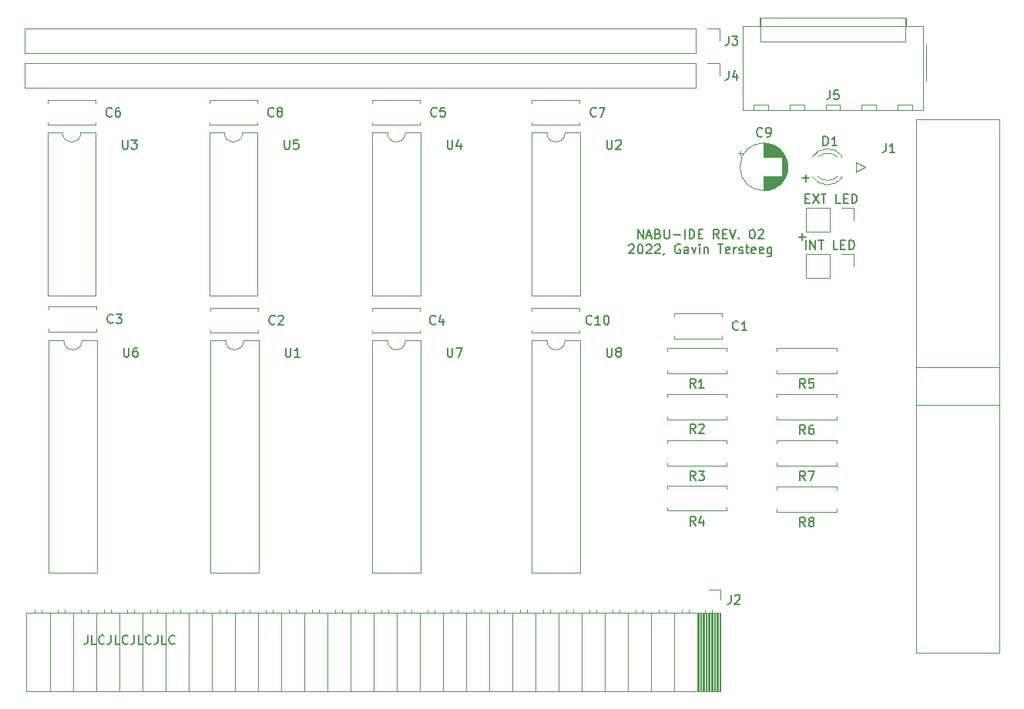
<source format=gbr>
%TF.GenerationSoftware,KiCad,Pcbnew,(5.1.12)-1*%
%TF.CreationDate,2023-01-10T21:31:37-06:00*%
%TF.ProjectId,NABU_IDE,4e414255-5f49-4444-952e-6b696361645f,rev?*%
%TF.SameCoordinates,Original*%
%TF.FileFunction,Legend,Top*%
%TF.FilePolarity,Positive*%
%FSLAX46Y46*%
G04 Gerber Fmt 4.6, Leading zero omitted, Abs format (unit mm)*
G04 Created by KiCad (PCBNEW (5.1.12)-1) date 2023-01-10 21:31:37*
%MOMM*%
%LPD*%
G01*
G04 APERTURE LIST*
%ADD10C,0.150000*%
%ADD11C,0.120000*%
G04 APERTURE END LIST*
D10*
X74755952Y-125563380D02*
X74755952Y-126277666D01*
X74708333Y-126420523D01*
X74613095Y-126515761D01*
X74470238Y-126563380D01*
X74375000Y-126563380D01*
X75708333Y-126563380D02*
X75232142Y-126563380D01*
X75232142Y-125563380D01*
X76613095Y-126468142D02*
X76565476Y-126515761D01*
X76422619Y-126563380D01*
X76327380Y-126563380D01*
X76184523Y-126515761D01*
X76089285Y-126420523D01*
X76041666Y-126325285D01*
X75994047Y-126134809D01*
X75994047Y-125991952D01*
X76041666Y-125801476D01*
X76089285Y-125706238D01*
X76184523Y-125611000D01*
X76327380Y-125563380D01*
X76422619Y-125563380D01*
X76565476Y-125611000D01*
X76613095Y-125658619D01*
X77327380Y-125563380D02*
X77327380Y-126277666D01*
X77279761Y-126420523D01*
X77184523Y-126515761D01*
X77041666Y-126563380D01*
X76946428Y-126563380D01*
X78279761Y-126563380D02*
X77803571Y-126563380D01*
X77803571Y-125563380D01*
X79184523Y-126468142D02*
X79136904Y-126515761D01*
X78994047Y-126563380D01*
X78898809Y-126563380D01*
X78755952Y-126515761D01*
X78660714Y-126420523D01*
X78613095Y-126325285D01*
X78565476Y-126134809D01*
X78565476Y-125991952D01*
X78613095Y-125801476D01*
X78660714Y-125706238D01*
X78755952Y-125611000D01*
X78898809Y-125563380D01*
X78994047Y-125563380D01*
X79136904Y-125611000D01*
X79184523Y-125658619D01*
X79898809Y-125563380D02*
X79898809Y-126277666D01*
X79851190Y-126420523D01*
X79755952Y-126515761D01*
X79613095Y-126563380D01*
X79517857Y-126563380D01*
X80851190Y-126563380D02*
X80375000Y-126563380D01*
X80375000Y-125563380D01*
X81755952Y-126468142D02*
X81708333Y-126515761D01*
X81565476Y-126563380D01*
X81470238Y-126563380D01*
X81327380Y-126515761D01*
X81232142Y-126420523D01*
X81184523Y-126325285D01*
X81136904Y-126134809D01*
X81136904Y-125991952D01*
X81184523Y-125801476D01*
X81232142Y-125706238D01*
X81327380Y-125611000D01*
X81470238Y-125563380D01*
X81565476Y-125563380D01*
X81708333Y-125611000D01*
X81755952Y-125658619D01*
X82470238Y-125563380D02*
X82470238Y-126277666D01*
X82422619Y-126420523D01*
X82327380Y-126515761D01*
X82184523Y-126563380D01*
X82089285Y-126563380D01*
X83422619Y-126563380D02*
X82946428Y-126563380D01*
X82946428Y-125563380D01*
X84327380Y-126468142D02*
X84279761Y-126515761D01*
X84136904Y-126563380D01*
X84041666Y-126563380D01*
X83898809Y-126515761D01*
X83803571Y-126420523D01*
X83755952Y-126325285D01*
X83708333Y-126134809D01*
X83708333Y-125991952D01*
X83755952Y-125801476D01*
X83803571Y-125706238D01*
X83898809Y-125611000D01*
X84041666Y-125563380D01*
X84136904Y-125563380D01*
X84279761Y-125611000D01*
X84327380Y-125658619D01*
X153694142Y-83129380D02*
X153694142Y-82129380D01*
X154170333Y-83129380D02*
X154170333Y-82129380D01*
X154741761Y-83129380D01*
X154741761Y-82129380D01*
X155075095Y-82129380D02*
X155646523Y-82129380D01*
X155360809Y-83129380D02*
X155360809Y-82129380D01*
X157217952Y-83129380D02*
X156741761Y-83129380D01*
X156741761Y-82129380D01*
X157551285Y-82605571D02*
X157884619Y-82605571D01*
X158027476Y-83129380D02*
X157551285Y-83129380D01*
X157551285Y-82129380D01*
X158027476Y-82129380D01*
X158456047Y-83129380D02*
X158456047Y-82129380D01*
X158694142Y-82129380D01*
X158837000Y-82177000D01*
X158932238Y-82272238D01*
X158979857Y-82367476D01*
X159027476Y-82557952D01*
X159027476Y-82700809D01*
X158979857Y-82891285D01*
X158932238Y-82986523D01*
X158837000Y-83081761D01*
X158694142Y-83129380D01*
X158456047Y-83129380D01*
X153654476Y-77525571D02*
X153987809Y-77525571D01*
X154130666Y-78049380D02*
X153654476Y-78049380D01*
X153654476Y-77049380D01*
X154130666Y-77049380D01*
X154464000Y-77049380D02*
X155130666Y-78049380D01*
X155130666Y-77049380D02*
X154464000Y-78049380D01*
X155368761Y-77049380D02*
X155940190Y-77049380D01*
X155654476Y-78049380D02*
X155654476Y-77049380D01*
X157511619Y-78049380D02*
X157035428Y-78049380D01*
X157035428Y-77049380D01*
X157844952Y-77525571D02*
X158178285Y-77525571D01*
X158321142Y-78049380D02*
X157844952Y-78049380D01*
X157844952Y-77049380D01*
X158321142Y-77049380D01*
X158749714Y-78049380D02*
X158749714Y-77049380D01*
X158987809Y-77049380D01*
X159130666Y-77097000D01*
X159225904Y-77192238D01*
X159273523Y-77287476D01*
X159321142Y-77477952D01*
X159321142Y-77620809D01*
X159273523Y-77811285D01*
X159225904Y-77906523D01*
X159130666Y-78001761D01*
X158987809Y-78049380D01*
X158749714Y-78049380D01*
X152908047Y-81732428D02*
X153669952Y-81732428D01*
X153289000Y-82113380D02*
X153289000Y-81351476D01*
X153289047Y-75255428D02*
X154050952Y-75255428D01*
X153670000Y-75636380D02*
X153670000Y-74874476D01*
X135232047Y-81923380D02*
X135232047Y-80923380D01*
X135803476Y-81923380D01*
X135803476Y-80923380D01*
X136232047Y-81637666D02*
X136708238Y-81637666D01*
X136136809Y-81923380D02*
X136470142Y-80923380D01*
X136803476Y-81923380D01*
X137470142Y-81399571D02*
X137613000Y-81447190D01*
X137660619Y-81494809D01*
X137708238Y-81590047D01*
X137708238Y-81732904D01*
X137660619Y-81828142D01*
X137613000Y-81875761D01*
X137517761Y-81923380D01*
X137136809Y-81923380D01*
X137136809Y-80923380D01*
X137470142Y-80923380D01*
X137565380Y-80971000D01*
X137613000Y-81018619D01*
X137660619Y-81113857D01*
X137660619Y-81209095D01*
X137613000Y-81304333D01*
X137565380Y-81351952D01*
X137470142Y-81399571D01*
X137136809Y-81399571D01*
X138136809Y-80923380D02*
X138136809Y-81732904D01*
X138184428Y-81828142D01*
X138232047Y-81875761D01*
X138327285Y-81923380D01*
X138517761Y-81923380D01*
X138613000Y-81875761D01*
X138660619Y-81828142D01*
X138708238Y-81732904D01*
X138708238Y-80923380D01*
X139184428Y-81542428D02*
X139946333Y-81542428D01*
X140422523Y-81923380D02*
X140422523Y-80923380D01*
X140898714Y-81923380D02*
X140898714Y-80923380D01*
X141136809Y-80923380D01*
X141279666Y-80971000D01*
X141374904Y-81066238D01*
X141422523Y-81161476D01*
X141470142Y-81351952D01*
X141470142Y-81494809D01*
X141422523Y-81685285D01*
X141374904Y-81780523D01*
X141279666Y-81875761D01*
X141136809Y-81923380D01*
X140898714Y-81923380D01*
X141898714Y-81399571D02*
X142232047Y-81399571D01*
X142374904Y-81923380D02*
X141898714Y-81923380D01*
X141898714Y-80923380D01*
X142374904Y-80923380D01*
X144136809Y-81923380D02*
X143803476Y-81447190D01*
X143565380Y-81923380D02*
X143565380Y-80923380D01*
X143946333Y-80923380D01*
X144041571Y-80971000D01*
X144089190Y-81018619D01*
X144136809Y-81113857D01*
X144136809Y-81256714D01*
X144089190Y-81351952D01*
X144041571Y-81399571D01*
X143946333Y-81447190D01*
X143565380Y-81447190D01*
X144565380Y-81399571D02*
X144898714Y-81399571D01*
X145041571Y-81923380D02*
X144565380Y-81923380D01*
X144565380Y-80923380D01*
X145041571Y-80923380D01*
X145327285Y-80923380D02*
X145660619Y-81923380D01*
X145993952Y-80923380D01*
X146327285Y-81828142D02*
X146374904Y-81875761D01*
X146327285Y-81923380D01*
X146279666Y-81875761D01*
X146327285Y-81828142D01*
X146327285Y-81923380D01*
X147755857Y-80923380D02*
X147851095Y-80923380D01*
X147946333Y-80971000D01*
X147993952Y-81018619D01*
X148041571Y-81113857D01*
X148089190Y-81304333D01*
X148089190Y-81542428D01*
X148041571Y-81732904D01*
X147993952Y-81828142D01*
X147946333Y-81875761D01*
X147851095Y-81923380D01*
X147755857Y-81923380D01*
X147660619Y-81875761D01*
X147613000Y-81828142D01*
X147565380Y-81732904D01*
X147517761Y-81542428D01*
X147517761Y-81304333D01*
X147565380Y-81113857D01*
X147613000Y-81018619D01*
X147660619Y-80971000D01*
X147755857Y-80923380D01*
X148470142Y-81018619D02*
X148517761Y-80971000D01*
X148613000Y-80923380D01*
X148851095Y-80923380D01*
X148946333Y-80971000D01*
X148993952Y-81018619D01*
X149041571Y-81113857D01*
X149041571Y-81209095D01*
X148993952Y-81351952D01*
X148422523Y-81923380D01*
X149041571Y-81923380D01*
X134255857Y-82668619D02*
X134303476Y-82621000D01*
X134398714Y-82573380D01*
X134636809Y-82573380D01*
X134732047Y-82621000D01*
X134779666Y-82668619D01*
X134827285Y-82763857D01*
X134827285Y-82859095D01*
X134779666Y-83001952D01*
X134208238Y-83573380D01*
X134827285Y-83573380D01*
X135446333Y-82573380D02*
X135541571Y-82573380D01*
X135636809Y-82621000D01*
X135684428Y-82668619D01*
X135732047Y-82763857D01*
X135779666Y-82954333D01*
X135779666Y-83192428D01*
X135732047Y-83382904D01*
X135684428Y-83478142D01*
X135636809Y-83525761D01*
X135541571Y-83573380D01*
X135446333Y-83573380D01*
X135351095Y-83525761D01*
X135303476Y-83478142D01*
X135255857Y-83382904D01*
X135208238Y-83192428D01*
X135208238Y-82954333D01*
X135255857Y-82763857D01*
X135303476Y-82668619D01*
X135351095Y-82621000D01*
X135446333Y-82573380D01*
X136160619Y-82668619D02*
X136208238Y-82621000D01*
X136303476Y-82573380D01*
X136541571Y-82573380D01*
X136636809Y-82621000D01*
X136684428Y-82668619D01*
X136732047Y-82763857D01*
X136732047Y-82859095D01*
X136684428Y-83001952D01*
X136113000Y-83573380D01*
X136732047Y-83573380D01*
X137113000Y-82668619D02*
X137160619Y-82621000D01*
X137255857Y-82573380D01*
X137493952Y-82573380D01*
X137589190Y-82621000D01*
X137636809Y-82668619D01*
X137684428Y-82763857D01*
X137684428Y-82859095D01*
X137636809Y-83001952D01*
X137065380Y-83573380D01*
X137684428Y-83573380D01*
X138160619Y-83525761D02*
X138160619Y-83573380D01*
X138113000Y-83668619D01*
X138065380Y-83716238D01*
X139874904Y-82621000D02*
X139779666Y-82573380D01*
X139636809Y-82573380D01*
X139493952Y-82621000D01*
X139398714Y-82716238D01*
X139351095Y-82811476D01*
X139303476Y-83001952D01*
X139303476Y-83144809D01*
X139351095Y-83335285D01*
X139398714Y-83430523D01*
X139493952Y-83525761D01*
X139636809Y-83573380D01*
X139732047Y-83573380D01*
X139874904Y-83525761D01*
X139922523Y-83478142D01*
X139922523Y-83144809D01*
X139732047Y-83144809D01*
X140779666Y-83573380D02*
X140779666Y-83049571D01*
X140732047Y-82954333D01*
X140636809Y-82906714D01*
X140446333Y-82906714D01*
X140351095Y-82954333D01*
X140779666Y-83525761D02*
X140684428Y-83573380D01*
X140446333Y-83573380D01*
X140351095Y-83525761D01*
X140303476Y-83430523D01*
X140303476Y-83335285D01*
X140351095Y-83240047D01*
X140446333Y-83192428D01*
X140684428Y-83192428D01*
X140779666Y-83144809D01*
X141160619Y-82906714D02*
X141398714Y-83573380D01*
X141636809Y-82906714D01*
X142017761Y-83573380D02*
X142017761Y-82906714D01*
X142017761Y-82573380D02*
X141970142Y-82621000D01*
X142017761Y-82668619D01*
X142065380Y-82621000D01*
X142017761Y-82573380D01*
X142017761Y-82668619D01*
X142493952Y-82906714D02*
X142493952Y-83573380D01*
X142493952Y-83001952D02*
X142541571Y-82954333D01*
X142636809Y-82906714D01*
X142779666Y-82906714D01*
X142874904Y-82954333D01*
X142922523Y-83049571D01*
X142922523Y-83573380D01*
X144017761Y-82573380D02*
X144589190Y-82573380D01*
X144303476Y-83573380D02*
X144303476Y-82573380D01*
X145303476Y-83525761D02*
X145208238Y-83573380D01*
X145017761Y-83573380D01*
X144922523Y-83525761D01*
X144874904Y-83430523D01*
X144874904Y-83049571D01*
X144922523Y-82954333D01*
X145017761Y-82906714D01*
X145208238Y-82906714D01*
X145303476Y-82954333D01*
X145351095Y-83049571D01*
X145351095Y-83144809D01*
X144874904Y-83240047D01*
X145779666Y-83573380D02*
X145779666Y-82906714D01*
X145779666Y-83097190D02*
X145827285Y-83001952D01*
X145874904Y-82954333D01*
X145970142Y-82906714D01*
X146065380Y-82906714D01*
X146351095Y-83525761D02*
X146446333Y-83573380D01*
X146636809Y-83573380D01*
X146732047Y-83525761D01*
X146779666Y-83430523D01*
X146779666Y-83382904D01*
X146732047Y-83287666D01*
X146636809Y-83240047D01*
X146493952Y-83240047D01*
X146398714Y-83192428D01*
X146351095Y-83097190D01*
X146351095Y-83049571D01*
X146398714Y-82954333D01*
X146493952Y-82906714D01*
X146636809Y-82906714D01*
X146732047Y-82954333D01*
X147065380Y-82906714D02*
X147446333Y-82906714D01*
X147208238Y-82573380D02*
X147208238Y-83430523D01*
X147255857Y-83525761D01*
X147351095Y-83573380D01*
X147446333Y-83573380D01*
X148160619Y-83525761D02*
X148065380Y-83573380D01*
X147874904Y-83573380D01*
X147779666Y-83525761D01*
X147732047Y-83430523D01*
X147732047Y-83049571D01*
X147779666Y-82954333D01*
X147874904Y-82906714D01*
X148065380Y-82906714D01*
X148160619Y-82954333D01*
X148208238Y-83049571D01*
X148208238Y-83144809D01*
X147732047Y-83240047D01*
X149017761Y-83525761D02*
X148922523Y-83573380D01*
X148732047Y-83573380D01*
X148636809Y-83525761D01*
X148589190Y-83430523D01*
X148589190Y-83049571D01*
X148636809Y-82954333D01*
X148732047Y-82906714D01*
X148922523Y-82906714D01*
X149017761Y-82954333D01*
X149065380Y-83049571D01*
X149065380Y-83144809D01*
X148589190Y-83240047D01*
X149922523Y-82906714D02*
X149922523Y-83716238D01*
X149874904Y-83811476D01*
X149827285Y-83859095D01*
X149732047Y-83906714D01*
X149589190Y-83906714D01*
X149493952Y-83859095D01*
X149922523Y-83525761D02*
X149827285Y-83573380D01*
X149636809Y-83573380D01*
X149541571Y-83525761D01*
X149493952Y-83478142D01*
X149446333Y-83382904D01*
X149446333Y-83097190D01*
X149493952Y-83001952D01*
X149541571Y-82954333D01*
X149636809Y-82906714D01*
X149827285Y-82906714D01*
X149922523Y-82954333D01*
D11*
%TO.C,C9*%
X146527225Y-72316000D02*
X146527225Y-72816000D01*
X146277225Y-72566000D02*
X146777225Y-72566000D01*
X151683000Y-73757000D02*
X151683000Y-74325000D01*
X151643000Y-73523000D02*
X151643000Y-74559000D01*
X151603000Y-73364000D02*
X151603000Y-74718000D01*
X151563000Y-73236000D02*
X151563000Y-74846000D01*
X151523000Y-73126000D02*
X151523000Y-74956000D01*
X151483000Y-73030000D02*
X151483000Y-75052000D01*
X151443000Y-72943000D02*
X151443000Y-75139000D01*
X151403000Y-72863000D02*
X151403000Y-75219000D01*
X151363000Y-72790000D02*
X151363000Y-75292000D01*
X151323000Y-72722000D02*
X151323000Y-75360000D01*
X151283000Y-72658000D02*
X151283000Y-75424000D01*
X151243000Y-72598000D02*
X151243000Y-75484000D01*
X151203000Y-72541000D02*
X151203000Y-75541000D01*
X151163000Y-72487000D02*
X151163000Y-75595000D01*
X151123000Y-72436000D02*
X151123000Y-75646000D01*
X151083000Y-75081000D02*
X151083000Y-75694000D01*
X151083000Y-72388000D02*
X151083000Y-73001000D01*
X151043000Y-75081000D02*
X151043000Y-75740000D01*
X151043000Y-72342000D02*
X151043000Y-73001000D01*
X151003000Y-75081000D02*
X151003000Y-75784000D01*
X151003000Y-72298000D02*
X151003000Y-73001000D01*
X150963000Y-75081000D02*
X150963000Y-75826000D01*
X150963000Y-72256000D02*
X150963000Y-73001000D01*
X150923000Y-75081000D02*
X150923000Y-75867000D01*
X150923000Y-72215000D02*
X150923000Y-73001000D01*
X150883000Y-75081000D02*
X150883000Y-75905000D01*
X150883000Y-72177000D02*
X150883000Y-73001000D01*
X150843000Y-75081000D02*
X150843000Y-75942000D01*
X150843000Y-72140000D02*
X150843000Y-73001000D01*
X150803000Y-75081000D02*
X150803000Y-75978000D01*
X150803000Y-72104000D02*
X150803000Y-73001000D01*
X150763000Y-75081000D02*
X150763000Y-76012000D01*
X150763000Y-72070000D02*
X150763000Y-73001000D01*
X150723000Y-75081000D02*
X150723000Y-76045000D01*
X150723000Y-72037000D02*
X150723000Y-73001000D01*
X150683000Y-75081000D02*
X150683000Y-76076000D01*
X150683000Y-72006000D02*
X150683000Y-73001000D01*
X150643000Y-75081000D02*
X150643000Y-76106000D01*
X150643000Y-71976000D02*
X150643000Y-73001000D01*
X150603000Y-75081000D02*
X150603000Y-76136000D01*
X150603000Y-71946000D02*
X150603000Y-73001000D01*
X150563000Y-75081000D02*
X150563000Y-76163000D01*
X150563000Y-71919000D02*
X150563000Y-73001000D01*
X150523000Y-75081000D02*
X150523000Y-76190000D01*
X150523000Y-71892000D02*
X150523000Y-73001000D01*
X150483000Y-75081000D02*
X150483000Y-76216000D01*
X150483000Y-71866000D02*
X150483000Y-73001000D01*
X150443000Y-75081000D02*
X150443000Y-76241000D01*
X150443000Y-71841000D02*
X150443000Y-73001000D01*
X150403000Y-75081000D02*
X150403000Y-76265000D01*
X150403000Y-71817000D02*
X150403000Y-73001000D01*
X150363000Y-75081000D02*
X150363000Y-76288000D01*
X150363000Y-71794000D02*
X150363000Y-73001000D01*
X150323000Y-75081000D02*
X150323000Y-76309000D01*
X150323000Y-71773000D02*
X150323000Y-73001000D01*
X150283000Y-75081000D02*
X150283000Y-76331000D01*
X150283000Y-71751000D02*
X150283000Y-73001000D01*
X150243000Y-75081000D02*
X150243000Y-76351000D01*
X150243000Y-71731000D02*
X150243000Y-73001000D01*
X150203000Y-75081000D02*
X150203000Y-76370000D01*
X150203000Y-71712000D02*
X150203000Y-73001000D01*
X150163000Y-75081000D02*
X150163000Y-76389000D01*
X150163000Y-71693000D02*
X150163000Y-73001000D01*
X150123000Y-75081000D02*
X150123000Y-76406000D01*
X150123000Y-71676000D02*
X150123000Y-73001000D01*
X150083000Y-75081000D02*
X150083000Y-76423000D01*
X150083000Y-71659000D02*
X150083000Y-73001000D01*
X150043000Y-75081000D02*
X150043000Y-76439000D01*
X150043000Y-71643000D02*
X150043000Y-73001000D01*
X150003000Y-75081000D02*
X150003000Y-76455000D01*
X150003000Y-71627000D02*
X150003000Y-73001000D01*
X149963000Y-75081000D02*
X149963000Y-76469000D01*
X149963000Y-71613000D02*
X149963000Y-73001000D01*
X149923000Y-75081000D02*
X149923000Y-76483000D01*
X149923000Y-71599000D02*
X149923000Y-73001000D01*
X149883000Y-75081000D02*
X149883000Y-76496000D01*
X149883000Y-71586000D02*
X149883000Y-73001000D01*
X149843000Y-75081000D02*
X149843000Y-76509000D01*
X149843000Y-71573000D02*
X149843000Y-73001000D01*
X149803000Y-75081000D02*
X149803000Y-76521000D01*
X149803000Y-71561000D02*
X149803000Y-73001000D01*
X149762000Y-75081000D02*
X149762000Y-76532000D01*
X149762000Y-71550000D02*
X149762000Y-73001000D01*
X149722000Y-75081000D02*
X149722000Y-76542000D01*
X149722000Y-71540000D02*
X149722000Y-73001000D01*
X149682000Y-75081000D02*
X149682000Y-76552000D01*
X149682000Y-71530000D02*
X149682000Y-73001000D01*
X149642000Y-75081000D02*
X149642000Y-76561000D01*
X149642000Y-71521000D02*
X149642000Y-73001000D01*
X149602000Y-75081000D02*
X149602000Y-76569000D01*
X149602000Y-71513000D02*
X149602000Y-73001000D01*
X149562000Y-75081000D02*
X149562000Y-76577000D01*
X149562000Y-71505000D02*
X149562000Y-73001000D01*
X149522000Y-75081000D02*
X149522000Y-76584000D01*
X149522000Y-71498000D02*
X149522000Y-73001000D01*
X149482000Y-75081000D02*
X149482000Y-76591000D01*
X149482000Y-71491000D02*
X149482000Y-73001000D01*
X149442000Y-75081000D02*
X149442000Y-76597000D01*
X149442000Y-71485000D02*
X149442000Y-73001000D01*
X149402000Y-75081000D02*
X149402000Y-76602000D01*
X149402000Y-71480000D02*
X149402000Y-73001000D01*
X149362000Y-75081000D02*
X149362000Y-76606000D01*
X149362000Y-71476000D02*
X149362000Y-73001000D01*
X149322000Y-75081000D02*
X149322000Y-76610000D01*
X149322000Y-71472000D02*
X149322000Y-73001000D01*
X149282000Y-75081000D02*
X149282000Y-76614000D01*
X149282000Y-71468000D02*
X149282000Y-73001000D01*
X149242000Y-75081000D02*
X149242000Y-76617000D01*
X149242000Y-71465000D02*
X149242000Y-73001000D01*
X149202000Y-75081000D02*
X149202000Y-76619000D01*
X149202000Y-71463000D02*
X149202000Y-73001000D01*
X149162000Y-75081000D02*
X149162000Y-76620000D01*
X149162000Y-71462000D02*
X149162000Y-73001000D01*
X149122000Y-71461000D02*
X149122000Y-73001000D01*
X149122000Y-75081000D02*
X149122000Y-76621000D01*
X149082000Y-71461000D02*
X149082000Y-73001000D01*
X149082000Y-75081000D02*
X149082000Y-76621000D01*
X151702000Y-74041000D02*
G75*
G03*
X151702000Y-74041000I-2620000J0D01*
G01*
%TO.C,U8*%
X128888000Y-93158000D02*
X127238000Y-93158000D01*
X128888000Y-118678000D02*
X128888000Y-93158000D01*
X123588000Y-118678000D02*
X128888000Y-118678000D01*
X123588000Y-93158000D02*
X123588000Y-118678000D01*
X125238000Y-93158000D02*
X123588000Y-93158000D01*
X127238000Y-93158000D02*
G75*
G02*
X125238000Y-93158000I-1000000J0D01*
G01*
%TO.C,C10*%
X128818000Y-91987000D02*
X128818000Y-92302000D01*
X128818000Y-89562000D02*
X128818000Y-89877000D01*
X123578000Y-91987000D02*
X123578000Y-92302000D01*
X123578000Y-89562000D02*
X123578000Y-89877000D01*
X123578000Y-92302000D02*
X128818000Y-92302000D01*
X123578000Y-89562000D02*
X128818000Y-89562000D01*
%TO.C,J2*%
X144332000Y-121666000D02*
X144332000Y-120556000D01*
X144332000Y-120556000D02*
X143002000Y-120556000D01*
X144332000Y-131756000D02*
X68012000Y-131756000D01*
X68012000Y-131756000D02*
X68012000Y-123126000D01*
X144332000Y-123126000D02*
X68012000Y-123126000D01*
X144332000Y-131756000D02*
X144332000Y-123126000D01*
X70612000Y-131756000D02*
X70612000Y-123126000D01*
X73152000Y-131756000D02*
X73152000Y-123126000D01*
X75692000Y-131756000D02*
X75692000Y-123126000D01*
X78232000Y-131756000D02*
X78232000Y-123126000D01*
X80772000Y-131756000D02*
X80772000Y-123126000D01*
X83312000Y-131756000D02*
X83312000Y-123126000D01*
X85852000Y-131756000D02*
X85852000Y-123126000D01*
X88392000Y-131756000D02*
X88392000Y-123126000D01*
X90932000Y-131756000D02*
X90932000Y-123126000D01*
X93472000Y-131756000D02*
X93472000Y-123126000D01*
X96012000Y-131756000D02*
X96012000Y-123126000D01*
X98552000Y-131756000D02*
X98552000Y-123126000D01*
X101092000Y-131756000D02*
X101092000Y-123126000D01*
X103632000Y-131756000D02*
X103632000Y-123126000D01*
X106172000Y-131756000D02*
X106172000Y-123126000D01*
X108712000Y-131756000D02*
X108712000Y-123126000D01*
X111252000Y-131756000D02*
X111252000Y-123126000D01*
X113792000Y-131756000D02*
X113792000Y-123126000D01*
X116332000Y-131756000D02*
X116332000Y-123126000D01*
X118872000Y-131756000D02*
X118872000Y-123126000D01*
X121412000Y-131756000D02*
X121412000Y-123126000D01*
X123952000Y-131756000D02*
X123952000Y-123126000D01*
X126492000Y-131756000D02*
X126492000Y-123126000D01*
X129032000Y-131756000D02*
X129032000Y-123126000D01*
X131572000Y-131756000D02*
X131572000Y-123126000D01*
X134112000Y-131756000D02*
X134112000Y-123126000D01*
X136652000Y-131756000D02*
X136652000Y-123126000D01*
X139192000Y-131756000D02*
X139192000Y-123126000D01*
X141732000Y-131756000D02*
X141732000Y-123126000D01*
X68982000Y-123126000D02*
X68982000Y-122716000D01*
X69702000Y-123126000D02*
X69702000Y-122716000D01*
X71522000Y-123126000D02*
X71522000Y-122716000D01*
X72242000Y-123126000D02*
X72242000Y-122716000D01*
X74062000Y-123126000D02*
X74062000Y-122716000D01*
X74782000Y-123126000D02*
X74782000Y-122716000D01*
X76602000Y-123126000D02*
X76602000Y-122716000D01*
X77322000Y-123126000D02*
X77322000Y-122716000D01*
X79142000Y-123126000D02*
X79142000Y-122716000D01*
X79862000Y-123126000D02*
X79862000Y-122716000D01*
X81682000Y-123126000D02*
X81682000Y-122716000D01*
X82402000Y-123126000D02*
X82402000Y-122716000D01*
X84222000Y-123126000D02*
X84222000Y-122716000D01*
X84942000Y-123126000D02*
X84942000Y-122716000D01*
X86762000Y-123126000D02*
X86762000Y-122716000D01*
X87482000Y-123126000D02*
X87482000Y-122716000D01*
X89302000Y-123126000D02*
X89302000Y-122716000D01*
X90022000Y-123126000D02*
X90022000Y-122716000D01*
X91842000Y-123126000D02*
X91842000Y-122716000D01*
X92562000Y-123126000D02*
X92562000Y-122716000D01*
X94382000Y-123126000D02*
X94382000Y-122716000D01*
X95102000Y-123126000D02*
X95102000Y-122716000D01*
X96922000Y-123126000D02*
X96922000Y-122716000D01*
X97642000Y-123126000D02*
X97642000Y-122716000D01*
X99462000Y-123126000D02*
X99462000Y-122716000D01*
X100182000Y-123126000D02*
X100182000Y-122716000D01*
X102002000Y-123126000D02*
X102002000Y-122716000D01*
X102722000Y-123126000D02*
X102722000Y-122716000D01*
X104542000Y-123126000D02*
X104542000Y-122716000D01*
X105262000Y-123126000D02*
X105262000Y-122716000D01*
X107082000Y-123126000D02*
X107082000Y-122716000D01*
X107802000Y-123126000D02*
X107802000Y-122716000D01*
X109622000Y-123126000D02*
X109622000Y-122716000D01*
X110342000Y-123126000D02*
X110342000Y-122716000D01*
X112162000Y-123126000D02*
X112162000Y-122716000D01*
X112882000Y-123126000D02*
X112882000Y-122716000D01*
X114702000Y-123126000D02*
X114702000Y-122716000D01*
X115422000Y-123126000D02*
X115422000Y-122716000D01*
X117242000Y-123126000D02*
X117242000Y-122716000D01*
X117962000Y-123126000D02*
X117962000Y-122716000D01*
X119782000Y-123126000D02*
X119782000Y-122716000D01*
X120502000Y-123126000D02*
X120502000Y-122716000D01*
X122322000Y-123126000D02*
X122322000Y-122716000D01*
X123042000Y-123126000D02*
X123042000Y-122716000D01*
X124862000Y-123126000D02*
X124862000Y-122716000D01*
X125582000Y-123126000D02*
X125582000Y-122716000D01*
X127402000Y-123126000D02*
X127402000Y-122716000D01*
X128122000Y-123126000D02*
X128122000Y-122716000D01*
X129942000Y-123126000D02*
X129942000Y-122716000D01*
X130662000Y-123126000D02*
X130662000Y-122716000D01*
X132482000Y-123126000D02*
X132482000Y-122716000D01*
X133202000Y-123126000D02*
X133202000Y-122716000D01*
X135022000Y-123126000D02*
X135022000Y-122716000D01*
X135742000Y-123126000D02*
X135742000Y-122716000D01*
X137562000Y-123126000D02*
X137562000Y-122716000D01*
X138282000Y-123126000D02*
X138282000Y-122716000D01*
X140102000Y-123126000D02*
X140102000Y-122716000D01*
X140822000Y-123126000D02*
X140822000Y-122716000D01*
X142642000Y-123126000D02*
X142642000Y-122776000D01*
X143362000Y-123126000D02*
X143362000Y-122776000D01*
X141850100Y-131756000D02*
X141850100Y-123126000D01*
X141968195Y-131756000D02*
X141968195Y-123126000D01*
X142086290Y-131756000D02*
X142086290Y-123126000D01*
X142204385Y-131756000D02*
X142204385Y-123126000D01*
X142322480Y-131756000D02*
X142322480Y-123126000D01*
X142440575Y-131756000D02*
X142440575Y-123126000D01*
X142558670Y-131756000D02*
X142558670Y-123126000D01*
X142676765Y-131756000D02*
X142676765Y-123126000D01*
X142794860Y-131756000D02*
X142794860Y-123126000D01*
X142912955Y-131756000D02*
X142912955Y-123126000D01*
X143031050Y-131756000D02*
X143031050Y-123126000D01*
X143149145Y-131756000D02*
X143149145Y-123126000D01*
X143267240Y-131756000D02*
X143267240Y-123126000D01*
X143385335Y-131756000D02*
X143385335Y-123126000D01*
X143503430Y-131756000D02*
X143503430Y-123126000D01*
X143621525Y-131756000D02*
X143621525Y-123126000D01*
X143739620Y-131756000D02*
X143739620Y-123126000D01*
X143857715Y-131756000D02*
X143857715Y-123126000D01*
X143975810Y-131756000D02*
X143975810Y-123126000D01*
X144093905Y-131756000D02*
X144093905Y-123126000D01*
X144212000Y-131756000D02*
X144212000Y-123126000D01*
%TO.C,C1*%
X144439000Y-92622000D02*
X144439000Y-92937000D01*
X144439000Y-90197000D02*
X144439000Y-90512000D01*
X139199000Y-92622000D02*
X139199000Y-92937000D01*
X139199000Y-90197000D02*
X139199000Y-90512000D01*
X139199000Y-92937000D02*
X144439000Y-92937000D01*
X139199000Y-90197000D02*
X144439000Y-90197000D01*
%TO.C,C2*%
X88272000Y-89562000D02*
X93512000Y-89562000D01*
X88272000Y-92302000D02*
X93512000Y-92302000D01*
X88272000Y-89562000D02*
X88272000Y-89877000D01*
X88272000Y-91987000D02*
X88272000Y-92302000D01*
X93512000Y-89562000D02*
X93512000Y-89877000D01*
X93512000Y-91987000D02*
X93512000Y-92302000D01*
%TO.C,C3*%
X75732000Y-91860000D02*
X75732000Y-92175000D01*
X75732000Y-89435000D02*
X75732000Y-89750000D01*
X70492000Y-91860000D02*
X70492000Y-92175000D01*
X70492000Y-89435000D02*
X70492000Y-89750000D01*
X70492000Y-92175000D02*
X75732000Y-92175000D01*
X70492000Y-89435000D02*
X75732000Y-89435000D01*
%TO.C,C4*%
X106052000Y-89562000D02*
X111292000Y-89562000D01*
X106052000Y-92302000D02*
X111292000Y-92302000D01*
X106052000Y-89562000D02*
X106052000Y-89877000D01*
X106052000Y-91987000D02*
X106052000Y-92302000D01*
X111292000Y-89562000D02*
X111292000Y-89877000D01*
X111292000Y-91987000D02*
X111292000Y-92302000D01*
%TO.C,C5*%
X111292000Y-69127000D02*
X111292000Y-69442000D01*
X111292000Y-66702000D02*
X111292000Y-67017000D01*
X106052000Y-69127000D02*
X106052000Y-69442000D01*
X106052000Y-66702000D02*
X106052000Y-67017000D01*
X106052000Y-69442000D02*
X111292000Y-69442000D01*
X106052000Y-66702000D02*
X111292000Y-66702000D01*
%TO.C,C6*%
X70365000Y-66702000D02*
X75605000Y-66702000D01*
X70365000Y-69442000D02*
X75605000Y-69442000D01*
X70365000Y-66702000D02*
X70365000Y-67017000D01*
X70365000Y-69127000D02*
X70365000Y-69442000D01*
X75605000Y-66702000D02*
X75605000Y-67017000D01*
X75605000Y-69127000D02*
X75605000Y-69442000D01*
%TO.C,C7*%
X128818000Y-69127000D02*
X128818000Y-69442000D01*
X128818000Y-66702000D02*
X128818000Y-67017000D01*
X123578000Y-69127000D02*
X123578000Y-69442000D01*
X123578000Y-66702000D02*
X123578000Y-67017000D01*
X123578000Y-69442000D02*
X128818000Y-69442000D01*
X123578000Y-66702000D02*
X128818000Y-66702000D01*
%TO.C,C8*%
X88145000Y-66702000D02*
X93385000Y-66702000D01*
X88145000Y-69442000D02*
X93385000Y-69442000D01*
X88145000Y-66702000D02*
X88145000Y-67017000D01*
X88145000Y-69127000D02*
X88145000Y-69442000D01*
X93385000Y-66702000D02*
X93385000Y-67017000D01*
X93385000Y-69127000D02*
X93385000Y-69442000D01*
%TO.C,D1*%
X157643000Y-72961000D02*
X157643000Y-72805000D01*
X157643000Y-75277000D02*
X157643000Y-75121000D01*
X154410665Y-75119608D02*
G75*
G03*
X157643000Y-75276516I1672335J1078608D01*
G01*
X154410665Y-72962392D02*
G75*
G02*
X157643000Y-72805484I1672335J-1078608D01*
G01*
X155041870Y-75120837D02*
G75*
G03*
X157123961Y-75121000I1041130J1079837D01*
G01*
X155041870Y-72961163D02*
G75*
G02*
X157123961Y-72961000I1041130J-1079837D01*
G01*
%TO.C,J1*%
X159194000Y-74541000D02*
X160194000Y-74041000D01*
X159194000Y-73541000D02*
X159194000Y-74541000D01*
X160194000Y-74041000D02*
X159194000Y-73541000D01*
X165814000Y-127511000D02*
X165814000Y-68831000D01*
X174934000Y-127511000D02*
X165814000Y-127511000D01*
X174934000Y-68831000D02*
X174934000Y-127511000D01*
X165814000Y-68831000D02*
X174934000Y-68831000D01*
X165814000Y-100221000D02*
X174934000Y-100221000D01*
X165814000Y-96121000D02*
X174934000Y-96121000D01*
%TO.C,J3*%
X67885000Y-58868000D02*
X67885000Y-61528000D01*
X141605000Y-58868000D02*
X67885000Y-58868000D01*
X141605000Y-61528000D02*
X67885000Y-61528000D01*
X141605000Y-58868000D02*
X141605000Y-61528000D01*
X142875000Y-58868000D02*
X144205000Y-58868000D01*
X144205000Y-58868000D02*
X144205000Y-60198000D01*
%TO.C,J4*%
X144205000Y-62678000D02*
X144205000Y-64008000D01*
X142875000Y-62678000D02*
X144205000Y-62678000D01*
X141605000Y-62678000D02*
X141605000Y-65338000D01*
X141605000Y-65338000D02*
X67885000Y-65338000D01*
X141605000Y-62678000D02*
X67885000Y-62678000D01*
X67885000Y-62678000D02*
X67885000Y-65338000D01*
%TO.C,J5*%
X147952000Y-67231000D02*
X147952000Y-67831000D01*
X149552000Y-67231000D02*
X147952000Y-67231000D01*
X149552000Y-67831000D02*
X149552000Y-67231000D01*
X151912000Y-67231000D02*
X151912000Y-67831000D01*
X153512000Y-67231000D02*
X151912000Y-67231000D01*
X153512000Y-67831000D02*
X153512000Y-67231000D01*
X155872000Y-67231000D02*
X155872000Y-67831000D01*
X157472000Y-67231000D02*
X155872000Y-67231000D01*
X157472000Y-67831000D02*
X157472000Y-67231000D01*
X159832000Y-67231000D02*
X159832000Y-67831000D01*
X161432000Y-67231000D02*
X159832000Y-67231000D01*
X161432000Y-67831000D02*
X161432000Y-67231000D01*
X163792000Y-67231000D02*
X163792000Y-67831000D01*
X165392000Y-67231000D02*
X163792000Y-67231000D01*
X165392000Y-67831000D02*
X165392000Y-67231000D01*
X148752000Y-60271000D02*
X148752000Y-58601000D01*
X164592000Y-60271000D02*
X148752000Y-60271000D01*
X164592000Y-58601000D02*
X164592000Y-60271000D01*
X148752000Y-58601000D02*
X148752000Y-57601000D01*
X164592000Y-58601000D02*
X148752000Y-58601000D01*
X164592000Y-57601000D02*
X164592000Y-58601000D01*
X166902000Y-64611000D02*
X166902000Y-60611000D01*
X166612000Y-58606000D02*
X166612000Y-67831000D01*
X164707000Y-58606000D02*
X166612000Y-58606000D01*
X164707000Y-57601000D02*
X164707000Y-58606000D01*
X148637000Y-57601000D02*
X164707000Y-57601000D01*
X148637000Y-58606000D02*
X148637000Y-57601000D01*
X146732000Y-58606000D02*
X148637000Y-58606000D01*
X146732000Y-67831000D02*
X146732000Y-58606000D01*
X166612000Y-67831000D02*
X146732000Y-67831000D01*
%TO.C,JP1*%
X158937000Y-78553000D02*
X158937000Y-79883000D01*
X157607000Y-78553000D02*
X158937000Y-78553000D01*
X156337000Y-78553000D02*
X156337000Y-81213000D01*
X156337000Y-81213000D02*
X153737000Y-81213000D01*
X156337000Y-78553000D02*
X153737000Y-78553000D01*
X153737000Y-78553000D02*
X153737000Y-81213000D01*
%TO.C,JP2*%
X153737000Y-83633000D02*
X153737000Y-86293000D01*
X156337000Y-83633000D02*
X153737000Y-83633000D01*
X156337000Y-86293000D02*
X153737000Y-86293000D01*
X156337000Y-83633000D02*
X156337000Y-86293000D01*
X157607000Y-83633000D02*
X158937000Y-83633000D01*
X158937000Y-83633000D02*
X158937000Y-84963000D01*
%TO.C,R1*%
X145002000Y-96747000D02*
X145002000Y-96417000D01*
X138462000Y-96747000D02*
X145002000Y-96747000D01*
X138462000Y-96417000D02*
X138462000Y-96747000D01*
X145002000Y-94007000D02*
X145002000Y-94337000D01*
X138462000Y-94007000D02*
X145002000Y-94007000D01*
X138462000Y-94337000D02*
X138462000Y-94007000D01*
%TO.C,R2*%
X138462000Y-99087000D02*
X138462000Y-99417000D01*
X145002000Y-99087000D02*
X138462000Y-99087000D01*
X145002000Y-99417000D02*
X145002000Y-99087000D01*
X138462000Y-101827000D02*
X138462000Y-101497000D01*
X145002000Y-101827000D02*
X138462000Y-101827000D01*
X145002000Y-101497000D02*
X145002000Y-101827000D01*
%TO.C,R3*%
X145002000Y-106577000D02*
X145002000Y-106907000D01*
X145002000Y-106907000D02*
X138462000Y-106907000D01*
X138462000Y-106907000D02*
X138462000Y-106577000D01*
X145002000Y-104497000D02*
X145002000Y-104167000D01*
X145002000Y-104167000D02*
X138462000Y-104167000D01*
X138462000Y-104167000D02*
X138462000Y-104497000D01*
%TO.C,R4*%
X138462000Y-109120000D02*
X138462000Y-109450000D01*
X145002000Y-109120000D02*
X138462000Y-109120000D01*
X145002000Y-109450000D02*
X145002000Y-109120000D01*
X138462000Y-111860000D02*
X138462000Y-111530000D01*
X145002000Y-111860000D02*
X138462000Y-111860000D01*
X145002000Y-111530000D02*
X145002000Y-111860000D01*
%TO.C,R5*%
X150527000Y-94337000D02*
X150527000Y-94007000D01*
X150527000Y-94007000D02*
X157067000Y-94007000D01*
X157067000Y-94007000D02*
X157067000Y-94337000D01*
X150527000Y-96417000D02*
X150527000Y-96747000D01*
X150527000Y-96747000D02*
X157067000Y-96747000D01*
X157067000Y-96747000D02*
X157067000Y-96417000D01*
%TO.C,R6*%
X150527000Y-99417000D02*
X150527000Y-99087000D01*
X150527000Y-99087000D02*
X157067000Y-99087000D01*
X157067000Y-99087000D02*
X157067000Y-99417000D01*
X150527000Y-101497000D02*
X150527000Y-101827000D01*
X150527000Y-101827000D02*
X157067000Y-101827000D01*
X157067000Y-101827000D02*
X157067000Y-101497000D01*
%TO.C,R7*%
X150527000Y-104167000D02*
X150527000Y-104497000D01*
X157067000Y-104167000D02*
X150527000Y-104167000D01*
X157067000Y-104497000D02*
X157067000Y-104167000D01*
X150527000Y-106907000D02*
X150527000Y-106577000D01*
X157067000Y-106907000D02*
X150527000Y-106907000D01*
X157067000Y-106577000D02*
X157067000Y-106907000D01*
%TO.C,R8*%
X157067000Y-111657000D02*
X157067000Y-111987000D01*
X157067000Y-111987000D02*
X150527000Y-111987000D01*
X150527000Y-111987000D02*
X150527000Y-111657000D01*
X157067000Y-109577000D02*
X157067000Y-109247000D01*
X157067000Y-109247000D02*
X150527000Y-109247000D01*
X150527000Y-109247000D02*
X150527000Y-109577000D01*
%TO.C,U1*%
X89932000Y-93158000D02*
X88282000Y-93158000D01*
X88282000Y-93158000D02*
X88282000Y-118678000D01*
X88282000Y-118678000D02*
X93582000Y-118678000D01*
X93582000Y-118678000D02*
X93582000Y-93158000D01*
X93582000Y-93158000D02*
X91932000Y-93158000D01*
X91932000Y-93158000D02*
G75*
G02*
X89932000Y-93158000I-1000000J0D01*
G01*
%TO.C,U2*%
X125238000Y-70298000D02*
X123588000Y-70298000D01*
X123588000Y-70298000D02*
X123588000Y-88198000D01*
X123588000Y-88198000D02*
X128888000Y-88198000D01*
X128888000Y-88198000D02*
X128888000Y-70298000D01*
X128888000Y-70298000D02*
X127238000Y-70298000D01*
X127238000Y-70298000D02*
G75*
G02*
X125238000Y-70298000I-1000000J0D01*
G01*
%TO.C,U3*%
X75675000Y-70298000D02*
X74025000Y-70298000D01*
X75675000Y-88198000D02*
X75675000Y-70298000D01*
X70375000Y-88198000D02*
X75675000Y-88198000D01*
X70375000Y-70298000D02*
X70375000Y-88198000D01*
X72025000Y-70298000D02*
X70375000Y-70298000D01*
X74025000Y-70298000D02*
G75*
G02*
X72025000Y-70298000I-1000000J0D01*
G01*
%TO.C,U4*%
X107712000Y-70298000D02*
X106062000Y-70298000D01*
X106062000Y-70298000D02*
X106062000Y-88198000D01*
X106062000Y-88198000D02*
X111362000Y-88198000D01*
X111362000Y-88198000D02*
X111362000Y-70298000D01*
X111362000Y-70298000D02*
X109712000Y-70298000D01*
X109712000Y-70298000D02*
G75*
G02*
X107712000Y-70298000I-1000000J0D01*
G01*
%TO.C,U5*%
X93455000Y-70298000D02*
X91805000Y-70298000D01*
X93455000Y-88198000D02*
X93455000Y-70298000D01*
X88155000Y-88198000D02*
X93455000Y-88198000D01*
X88155000Y-70298000D02*
X88155000Y-88198000D01*
X89805000Y-70298000D02*
X88155000Y-70298000D01*
X91805000Y-70298000D02*
G75*
G02*
X89805000Y-70298000I-1000000J0D01*
G01*
%TO.C,U6*%
X75802000Y-93158000D02*
X74152000Y-93158000D01*
X75802000Y-118678000D02*
X75802000Y-93158000D01*
X70502000Y-118678000D02*
X75802000Y-118678000D01*
X70502000Y-93158000D02*
X70502000Y-118678000D01*
X72152000Y-93158000D02*
X70502000Y-93158000D01*
X74152000Y-93158000D02*
G75*
G02*
X72152000Y-93158000I-1000000J0D01*
G01*
%TO.C,U7*%
X111362000Y-93158000D02*
X109712000Y-93158000D01*
X111362000Y-118678000D02*
X111362000Y-93158000D01*
X106062000Y-118678000D02*
X111362000Y-118678000D01*
X106062000Y-93158000D02*
X106062000Y-118678000D01*
X107712000Y-93158000D02*
X106062000Y-93158000D01*
X109712000Y-93158000D02*
G75*
G02*
X107712000Y-93158000I-1000000J0D01*
G01*
%TO.C,C9*%
D10*
X148915333Y-70648142D02*
X148867714Y-70695761D01*
X148724857Y-70743380D01*
X148629619Y-70743380D01*
X148486761Y-70695761D01*
X148391523Y-70600523D01*
X148343904Y-70505285D01*
X148296285Y-70314809D01*
X148296285Y-70171952D01*
X148343904Y-69981476D01*
X148391523Y-69886238D01*
X148486761Y-69791000D01*
X148629619Y-69743380D01*
X148724857Y-69743380D01*
X148867714Y-69791000D01*
X148915333Y-69838619D01*
X149391523Y-70743380D02*
X149582000Y-70743380D01*
X149677238Y-70695761D01*
X149724857Y-70648142D01*
X149820095Y-70505285D01*
X149867714Y-70314809D01*
X149867714Y-69933857D01*
X149820095Y-69838619D01*
X149772476Y-69791000D01*
X149677238Y-69743380D01*
X149486761Y-69743380D01*
X149391523Y-69791000D01*
X149343904Y-69838619D01*
X149296285Y-69933857D01*
X149296285Y-70171952D01*
X149343904Y-70267190D01*
X149391523Y-70314809D01*
X149486761Y-70362428D01*
X149677238Y-70362428D01*
X149772476Y-70314809D01*
X149820095Y-70267190D01*
X149867714Y-70171952D01*
%TO.C,U8*%
X131826095Y-93940380D02*
X131826095Y-94749904D01*
X131873714Y-94845142D01*
X131921333Y-94892761D01*
X132016571Y-94940380D01*
X132207047Y-94940380D01*
X132302285Y-94892761D01*
X132349904Y-94845142D01*
X132397523Y-94749904D01*
X132397523Y-93940380D01*
X133016571Y-94368952D02*
X132921333Y-94321333D01*
X132873714Y-94273714D01*
X132826095Y-94178476D01*
X132826095Y-94130857D01*
X132873714Y-94035619D01*
X132921333Y-93988000D01*
X133016571Y-93940380D01*
X133207047Y-93940380D01*
X133302285Y-93988000D01*
X133349904Y-94035619D01*
X133397523Y-94130857D01*
X133397523Y-94178476D01*
X133349904Y-94273714D01*
X133302285Y-94321333D01*
X133207047Y-94368952D01*
X133016571Y-94368952D01*
X132921333Y-94416571D01*
X132873714Y-94464190D01*
X132826095Y-94559428D01*
X132826095Y-94749904D01*
X132873714Y-94845142D01*
X132921333Y-94892761D01*
X133016571Y-94940380D01*
X133207047Y-94940380D01*
X133302285Y-94892761D01*
X133349904Y-94845142D01*
X133397523Y-94749904D01*
X133397523Y-94559428D01*
X133349904Y-94464190D01*
X133302285Y-94416571D01*
X133207047Y-94368952D01*
%TO.C,C10*%
X130167142Y-91289142D02*
X130119523Y-91336761D01*
X129976666Y-91384380D01*
X129881428Y-91384380D01*
X129738571Y-91336761D01*
X129643333Y-91241523D01*
X129595714Y-91146285D01*
X129548095Y-90955809D01*
X129548095Y-90812952D01*
X129595714Y-90622476D01*
X129643333Y-90527238D01*
X129738571Y-90432000D01*
X129881428Y-90384380D01*
X129976666Y-90384380D01*
X130119523Y-90432000D01*
X130167142Y-90479619D01*
X131119523Y-91384380D02*
X130548095Y-91384380D01*
X130833809Y-91384380D02*
X130833809Y-90384380D01*
X130738571Y-90527238D01*
X130643333Y-90622476D01*
X130548095Y-90670095D01*
X131738571Y-90384380D02*
X131833809Y-90384380D01*
X131929047Y-90432000D01*
X131976666Y-90479619D01*
X132024285Y-90574857D01*
X132071904Y-90765333D01*
X132071904Y-91003428D01*
X132024285Y-91193904D01*
X131976666Y-91289142D01*
X131929047Y-91336761D01*
X131833809Y-91384380D01*
X131738571Y-91384380D01*
X131643333Y-91336761D01*
X131595714Y-91289142D01*
X131548095Y-91193904D01*
X131500476Y-91003428D01*
X131500476Y-90765333D01*
X131548095Y-90574857D01*
X131595714Y-90479619D01*
X131643333Y-90432000D01*
X131738571Y-90384380D01*
%TO.C,J2*%
X145462666Y-121118380D02*
X145462666Y-121832666D01*
X145415047Y-121975523D01*
X145319809Y-122070761D01*
X145176952Y-122118380D01*
X145081714Y-122118380D01*
X145891238Y-121213619D02*
X145938857Y-121166000D01*
X146034095Y-121118380D01*
X146272190Y-121118380D01*
X146367428Y-121166000D01*
X146415047Y-121213619D01*
X146462666Y-121308857D01*
X146462666Y-121404095D01*
X146415047Y-121546952D01*
X145843619Y-122118380D01*
X146462666Y-122118380D01*
%TO.C,C1*%
X146264333Y-91924142D02*
X146216714Y-91971761D01*
X146073857Y-92019380D01*
X145978619Y-92019380D01*
X145835761Y-91971761D01*
X145740523Y-91876523D01*
X145692904Y-91781285D01*
X145645285Y-91590809D01*
X145645285Y-91447952D01*
X145692904Y-91257476D01*
X145740523Y-91162238D01*
X145835761Y-91067000D01*
X145978619Y-91019380D01*
X146073857Y-91019380D01*
X146216714Y-91067000D01*
X146264333Y-91114619D01*
X147216714Y-92019380D02*
X146645285Y-92019380D01*
X146931000Y-92019380D02*
X146931000Y-91019380D01*
X146835761Y-91162238D01*
X146740523Y-91257476D01*
X146645285Y-91305095D01*
%TO.C,C2*%
X95337333Y-91289142D02*
X95289714Y-91336761D01*
X95146857Y-91384380D01*
X95051619Y-91384380D01*
X94908761Y-91336761D01*
X94813523Y-91241523D01*
X94765904Y-91146285D01*
X94718285Y-90955809D01*
X94718285Y-90812952D01*
X94765904Y-90622476D01*
X94813523Y-90527238D01*
X94908761Y-90432000D01*
X95051619Y-90384380D01*
X95146857Y-90384380D01*
X95289714Y-90432000D01*
X95337333Y-90479619D01*
X95718285Y-90479619D02*
X95765904Y-90432000D01*
X95861142Y-90384380D01*
X96099238Y-90384380D01*
X96194476Y-90432000D01*
X96242095Y-90479619D01*
X96289714Y-90574857D01*
X96289714Y-90670095D01*
X96242095Y-90812952D01*
X95670666Y-91384380D01*
X96289714Y-91384380D01*
%TO.C,C3*%
X77557333Y-91162142D02*
X77509714Y-91209761D01*
X77366857Y-91257380D01*
X77271619Y-91257380D01*
X77128761Y-91209761D01*
X77033523Y-91114523D01*
X76985904Y-91019285D01*
X76938285Y-90828809D01*
X76938285Y-90685952D01*
X76985904Y-90495476D01*
X77033523Y-90400238D01*
X77128761Y-90305000D01*
X77271619Y-90257380D01*
X77366857Y-90257380D01*
X77509714Y-90305000D01*
X77557333Y-90352619D01*
X77890666Y-90257380D02*
X78509714Y-90257380D01*
X78176380Y-90638333D01*
X78319238Y-90638333D01*
X78414476Y-90685952D01*
X78462095Y-90733571D01*
X78509714Y-90828809D01*
X78509714Y-91066904D01*
X78462095Y-91162142D01*
X78414476Y-91209761D01*
X78319238Y-91257380D01*
X78033523Y-91257380D01*
X77938285Y-91209761D01*
X77890666Y-91162142D01*
%TO.C,C4*%
X112990333Y-91289142D02*
X112942714Y-91336761D01*
X112799857Y-91384380D01*
X112704619Y-91384380D01*
X112561761Y-91336761D01*
X112466523Y-91241523D01*
X112418904Y-91146285D01*
X112371285Y-90955809D01*
X112371285Y-90812952D01*
X112418904Y-90622476D01*
X112466523Y-90527238D01*
X112561761Y-90432000D01*
X112704619Y-90384380D01*
X112799857Y-90384380D01*
X112942714Y-90432000D01*
X112990333Y-90479619D01*
X113847476Y-90717714D02*
X113847476Y-91384380D01*
X113609380Y-90336761D02*
X113371285Y-91051047D01*
X113990333Y-91051047D01*
%TO.C,C5*%
X113117333Y-68429142D02*
X113069714Y-68476761D01*
X112926857Y-68524380D01*
X112831619Y-68524380D01*
X112688761Y-68476761D01*
X112593523Y-68381523D01*
X112545904Y-68286285D01*
X112498285Y-68095809D01*
X112498285Y-67952952D01*
X112545904Y-67762476D01*
X112593523Y-67667238D01*
X112688761Y-67572000D01*
X112831619Y-67524380D01*
X112926857Y-67524380D01*
X113069714Y-67572000D01*
X113117333Y-67619619D01*
X114022095Y-67524380D02*
X113545904Y-67524380D01*
X113498285Y-68000571D01*
X113545904Y-67952952D01*
X113641142Y-67905333D01*
X113879238Y-67905333D01*
X113974476Y-67952952D01*
X114022095Y-68000571D01*
X114069714Y-68095809D01*
X114069714Y-68333904D01*
X114022095Y-68429142D01*
X113974476Y-68476761D01*
X113879238Y-68524380D01*
X113641142Y-68524380D01*
X113545904Y-68476761D01*
X113498285Y-68429142D01*
%TO.C,C6*%
X77430333Y-68429142D02*
X77382714Y-68476761D01*
X77239857Y-68524380D01*
X77144619Y-68524380D01*
X77001761Y-68476761D01*
X76906523Y-68381523D01*
X76858904Y-68286285D01*
X76811285Y-68095809D01*
X76811285Y-67952952D01*
X76858904Y-67762476D01*
X76906523Y-67667238D01*
X77001761Y-67572000D01*
X77144619Y-67524380D01*
X77239857Y-67524380D01*
X77382714Y-67572000D01*
X77430333Y-67619619D01*
X78287476Y-67524380D02*
X78097000Y-67524380D01*
X78001761Y-67572000D01*
X77954142Y-67619619D01*
X77858904Y-67762476D01*
X77811285Y-67952952D01*
X77811285Y-68333904D01*
X77858904Y-68429142D01*
X77906523Y-68476761D01*
X78001761Y-68524380D01*
X78192238Y-68524380D01*
X78287476Y-68476761D01*
X78335095Y-68429142D01*
X78382714Y-68333904D01*
X78382714Y-68095809D01*
X78335095Y-68000571D01*
X78287476Y-67952952D01*
X78192238Y-67905333D01*
X78001761Y-67905333D01*
X77906523Y-67952952D01*
X77858904Y-68000571D01*
X77811285Y-68095809D01*
%TO.C,C7*%
X130643333Y-68429142D02*
X130595714Y-68476761D01*
X130452857Y-68524380D01*
X130357619Y-68524380D01*
X130214761Y-68476761D01*
X130119523Y-68381523D01*
X130071904Y-68286285D01*
X130024285Y-68095809D01*
X130024285Y-67952952D01*
X130071904Y-67762476D01*
X130119523Y-67667238D01*
X130214761Y-67572000D01*
X130357619Y-67524380D01*
X130452857Y-67524380D01*
X130595714Y-67572000D01*
X130643333Y-67619619D01*
X130976666Y-67524380D02*
X131643333Y-67524380D01*
X131214761Y-68524380D01*
%TO.C,C8*%
X95210333Y-68429142D02*
X95162714Y-68476761D01*
X95019857Y-68524380D01*
X94924619Y-68524380D01*
X94781761Y-68476761D01*
X94686523Y-68381523D01*
X94638904Y-68286285D01*
X94591285Y-68095809D01*
X94591285Y-67952952D01*
X94638904Y-67762476D01*
X94686523Y-67667238D01*
X94781761Y-67572000D01*
X94924619Y-67524380D01*
X95019857Y-67524380D01*
X95162714Y-67572000D01*
X95210333Y-67619619D01*
X95781761Y-67952952D02*
X95686523Y-67905333D01*
X95638904Y-67857714D01*
X95591285Y-67762476D01*
X95591285Y-67714857D01*
X95638904Y-67619619D01*
X95686523Y-67572000D01*
X95781761Y-67524380D01*
X95972238Y-67524380D01*
X96067476Y-67572000D01*
X96115095Y-67619619D01*
X96162714Y-67714857D01*
X96162714Y-67762476D01*
X96115095Y-67857714D01*
X96067476Y-67905333D01*
X95972238Y-67952952D01*
X95781761Y-67952952D01*
X95686523Y-68000571D01*
X95638904Y-68048190D01*
X95591285Y-68143428D01*
X95591285Y-68333904D01*
X95638904Y-68429142D01*
X95686523Y-68476761D01*
X95781761Y-68524380D01*
X95972238Y-68524380D01*
X96067476Y-68476761D01*
X96115095Y-68429142D01*
X96162714Y-68333904D01*
X96162714Y-68143428D01*
X96115095Y-68048190D01*
X96067476Y-68000571D01*
X95972238Y-67952952D01*
%TO.C,D1*%
X155598904Y-71699380D02*
X155598904Y-70699380D01*
X155837000Y-70699380D01*
X155979857Y-70747000D01*
X156075095Y-70842238D01*
X156122714Y-70937476D01*
X156170333Y-71127952D01*
X156170333Y-71270809D01*
X156122714Y-71461285D01*
X156075095Y-71556523D01*
X155979857Y-71651761D01*
X155837000Y-71699380D01*
X155598904Y-71699380D01*
X157122714Y-71699380D02*
X156551285Y-71699380D01*
X156837000Y-71699380D02*
X156837000Y-70699380D01*
X156741761Y-70842238D01*
X156646523Y-70937476D01*
X156551285Y-70985095D01*
%TO.C,J1*%
X162480666Y-71461380D02*
X162480666Y-72175666D01*
X162433047Y-72318523D01*
X162337809Y-72413761D01*
X162194952Y-72461380D01*
X162099714Y-72461380D01*
X163480666Y-72461380D02*
X162909238Y-72461380D01*
X163194952Y-72461380D02*
X163194952Y-71461380D01*
X163099714Y-71604238D01*
X163004476Y-71699476D01*
X162909238Y-71747095D01*
%TO.C,J3*%
X145208666Y-59650380D02*
X145208666Y-60364666D01*
X145161047Y-60507523D01*
X145065809Y-60602761D01*
X144922952Y-60650380D01*
X144827714Y-60650380D01*
X145589619Y-59650380D02*
X146208666Y-59650380D01*
X145875333Y-60031333D01*
X146018190Y-60031333D01*
X146113428Y-60078952D01*
X146161047Y-60126571D01*
X146208666Y-60221809D01*
X146208666Y-60459904D01*
X146161047Y-60555142D01*
X146113428Y-60602761D01*
X146018190Y-60650380D01*
X145732476Y-60650380D01*
X145637238Y-60602761D01*
X145589619Y-60555142D01*
%TO.C,J4*%
X145208666Y-63460380D02*
X145208666Y-64174666D01*
X145161047Y-64317523D01*
X145065809Y-64412761D01*
X144922952Y-64460380D01*
X144827714Y-64460380D01*
X146113428Y-63793714D02*
X146113428Y-64460380D01*
X145875333Y-63412761D02*
X145637238Y-64127047D01*
X146256285Y-64127047D01*
%TO.C,J5*%
X156338666Y-65619380D02*
X156338666Y-66333666D01*
X156291047Y-66476523D01*
X156195809Y-66571761D01*
X156052952Y-66619380D01*
X155957714Y-66619380D01*
X157291047Y-65619380D02*
X156814857Y-65619380D01*
X156767238Y-66095571D01*
X156814857Y-66047952D01*
X156910095Y-66000333D01*
X157148190Y-66000333D01*
X157243428Y-66047952D01*
X157291047Y-66095571D01*
X157338666Y-66190809D01*
X157338666Y-66428904D01*
X157291047Y-66524142D01*
X157243428Y-66571761D01*
X157148190Y-66619380D01*
X156910095Y-66619380D01*
X156814857Y-66571761D01*
X156767238Y-66524142D01*
%TO.C,R1*%
X141565333Y-98369380D02*
X141232000Y-97893190D01*
X140993904Y-98369380D02*
X140993904Y-97369380D01*
X141374857Y-97369380D01*
X141470095Y-97417000D01*
X141517714Y-97464619D01*
X141565333Y-97559857D01*
X141565333Y-97702714D01*
X141517714Y-97797952D01*
X141470095Y-97845571D01*
X141374857Y-97893190D01*
X140993904Y-97893190D01*
X142517714Y-98369380D02*
X141946285Y-98369380D01*
X142232000Y-98369380D02*
X142232000Y-97369380D01*
X142136761Y-97512238D01*
X142041523Y-97607476D01*
X141946285Y-97655095D01*
%TO.C,R2*%
X141565333Y-103322380D02*
X141232000Y-102846190D01*
X140993904Y-103322380D02*
X140993904Y-102322380D01*
X141374857Y-102322380D01*
X141470095Y-102370000D01*
X141517714Y-102417619D01*
X141565333Y-102512857D01*
X141565333Y-102655714D01*
X141517714Y-102750952D01*
X141470095Y-102798571D01*
X141374857Y-102846190D01*
X140993904Y-102846190D01*
X141946285Y-102417619D02*
X141993904Y-102370000D01*
X142089142Y-102322380D01*
X142327238Y-102322380D01*
X142422476Y-102370000D01*
X142470095Y-102417619D01*
X142517714Y-102512857D01*
X142517714Y-102608095D01*
X142470095Y-102750952D01*
X141898666Y-103322380D01*
X142517714Y-103322380D01*
%TO.C,R3*%
X141565333Y-108529380D02*
X141232000Y-108053190D01*
X140993904Y-108529380D02*
X140993904Y-107529380D01*
X141374857Y-107529380D01*
X141470095Y-107577000D01*
X141517714Y-107624619D01*
X141565333Y-107719857D01*
X141565333Y-107862714D01*
X141517714Y-107957952D01*
X141470095Y-108005571D01*
X141374857Y-108053190D01*
X140993904Y-108053190D01*
X141898666Y-107529380D02*
X142517714Y-107529380D01*
X142184380Y-107910333D01*
X142327238Y-107910333D01*
X142422476Y-107957952D01*
X142470095Y-108005571D01*
X142517714Y-108100809D01*
X142517714Y-108338904D01*
X142470095Y-108434142D01*
X142422476Y-108481761D01*
X142327238Y-108529380D01*
X142041523Y-108529380D01*
X141946285Y-108481761D01*
X141898666Y-108434142D01*
%TO.C,R4*%
X141565333Y-113482380D02*
X141232000Y-113006190D01*
X140993904Y-113482380D02*
X140993904Y-112482380D01*
X141374857Y-112482380D01*
X141470095Y-112530000D01*
X141517714Y-112577619D01*
X141565333Y-112672857D01*
X141565333Y-112815714D01*
X141517714Y-112910952D01*
X141470095Y-112958571D01*
X141374857Y-113006190D01*
X140993904Y-113006190D01*
X142422476Y-112815714D02*
X142422476Y-113482380D01*
X142184380Y-112434761D02*
X141946285Y-113149047D01*
X142565333Y-113149047D01*
%TO.C,R5*%
X153630333Y-98369380D02*
X153297000Y-97893190D01*
X153058904Y-98369380D02*
X153058904Y-97369380D01*
X153439857Y-97369380D01*
X153535095Y-97417000D01*
X153582714Y-97464619D01*
X153630333Y-97559857D01*
X153630333Y-97702714D01*
X153582714Y-97797952D01*
X153535095Y-97845571D01*
X153439857Y-97893190D01*
X153058904Y-97893190D01*
X154535095Y-97369380D02*
X154058904Y-97369380D01*
X154011285Y-97845571D01*
X154058904Y-97797952D01*
X154154142Y-97750333D01*
X154392238Y-97750333D01*
X154487476Y-97797952D01*
X154535095Y-97845571D01*
X154582714Y-97940809D01*
X154582714Y-98178904D01*
X154535095Y-98274142D01*
X154487476Y-98321761D01*
X154392238Y-98369380D01*
X154154142Y-98369380D01*
X154058904Y-98321761D01*
X154011285Y-98274142D01*
%TO.C,R6*%
X153630333Y-103449380D02*
X153297000Y-102973190D01*
X153058904Y-103449380D02*
X153058904Y-102449380D01*
X153439857Y-102449380D01*
X153535095Y-102497000D01*
X153582714Y-102544619D01*
X153630333Y-102639857D01*
X153630333Y-102782714D01*
X153582714Y-102877952D01*
X153535095Y-102925571D01*
X153439857Y-102973190D01*
X153058904Y-102973190D01*
X154487476Y-102449380D02*
X154297000Y-102449380D01*
X154201761Y-102497000D01*
X154154142Y-102544619D01*
X154058904Y-102687476D01*
X154011285Y-102877952D01*
X154011285Y-103258904D01*
X154058904Y-103354142D01*
X154106523Y-103401761D01*
X154201761Y-103449380D01*
X154392238Y-103449380D01*
X154487476Y-103401761D01*
X154535095Y-103354142D01*
X154582714Y-103258904D01*
X154582714Y-103020809D01*
X154535095Y-102925571D01*
X154487476Y-102877952D01*
X154392238Y-102830333D01*
X154201761Y-102830333D01*
X154106523Y-102877952D01*
X154058904Y-102925571D01*
X154011285Y-103020809D01*
%TO.C,R7*%
X153630333Y-108529380D02*
X153297000Y-108053190D01*
X153058904Y-108529380D02*
X153058904Y-107529380D01*
X153439857Y-107529380D01*
X153535095Y-107577000D01*
X153582714Y-107624619D01*
X153630333Y-107719857D01*
X153630333Y-107862714D01*
X153582714Y-107957952D01*
X153535095Y-108005571D01*
X153439857Y-108053190D01*
X153058904Y-108053190D01*
X153963666Y-107529380D02*
X154630333Y-107529380D01*
X154201761Y-108529380D01*
%TO.C,R8*%
X153630333Y-113609380D02*
X153297000Y-113133190D01*
X153058904Y-113609380D02*
X153058904Y-112609380D01*
X153439857Y-112609380D01*
X153535095Y-112657000D01*
X153582714Y-112704619D01*
X153630333Y-112799857D01*
X153630333Y-112942714D01*
X153582714Y-113037952D01*
X153535095Y-113085571D01*
X153439857Y-113133190D01*
X153058904Y-113133190D01*
X154201761Y-113037952D02*
X154106523Y-112990333D01*
X154058904Y-112942714D01*
X154011285Y-112847476D01*
X154011285Y-112799857D01*
X154058904Y-112704619D01*
X154106523Y-112657000D01*
X154201761Y-112609380D01*
X154392238Y-112609380D01*
X154487476Y-112657000D01*
X154535095Y-112704619D01*
X154582714Y-112799857D01*
X154582714Y-112847476D01*
X154535095Y-112942714D01*
X154487476Y-112990333D01*
X154392238Y-113037952D01*
X154201761Y-113037952D01*
X154106523Y-113085571D01*
X154058904Y-113133190D01*
X154011285Y-113228428D01*
X154011285Y-113418904D01*
X154058904Y-113514142D01*
X154106523Y-113561761D01*
X154201761Y-113609380D01*
X154392238Y-113609380D01*
X154487476Y-113561761D01*
X154535095Y-113514142D01*
X154582714Y-113418904D01*
X154582714Y-113228428D01*
X154535095Y-113133190D01*
X154487476Y-113085571D01*
X154392238Y-113037952D01*
%TO.C,U1*%
X96520095Y-93940380D02*
X96520095Y-94749904D01*
X96567714Y-94845142D01*
X96615333Y-94892761D01*
X96710571Y-94940380D01*
X96901047Y-94940380D01*
X96996285Y-94892761D01*
X97043904Y-94845142D01*
X97091523Y-94749904D01*
X97091523Y-93940380D01*
X98091523Y-94940380D02*
X97520095Y-94940380D01*
X97805809Y-94940380D02*
X97805809Y-93940380D01*
X97710571Y-94083238D01*
X97615333Y-94178476D01*
X97520095Y-94226095D01*
%TO.C,U2*%
X131826095Y-71080380D02*
X131826095Y-71889904D01*
X131873714Y-71985142D01*
X131921333Y-72032761D01*
X132016571Y-72080380D01*
X132207047Y-72080380D01*
X132302285Y-72032761D01*
X132349904Y-71985142D01*
X132397523Y-71889904D01*
X132397523Y-71080380D01*
X132826095Y-71175619D02*
X132873714Y-71128000D01*
X132968952Y-71080380D01*
X133207047Y-71080380D01*
X133302285Y-71128000D01*
X133349904Y-71175619D01*
X133397523Y-71270857D01*
X133397523Y-71366095D01*
X133349904Y-71508952D01*
X132778476Y-72080380D01*
X133397523Y-72080380D01*
%TO.C,U3*%
X78613095Y-71080380D02*
X78613095Y-71889904D01*
X78660714Y-71985142D01*
X78708333Y-72032761D01*
X78803571Y-72080380D01*
X78994047Y-72080380D01*
X79089285Y-72032761D01*
X79136904Y-71985142D01*
X79184523Y-71889904D01*
X79184523Y-71080380D01*
X79565476Y-71080380D02*
X80184523Y-71080380D01*
X79851190Y-71461333D01*
X79994047Y-71461333D01*
X80089285Y-71508952D01*
X80136904Y-71556571D01*
X80184523Y-71651809D01*
X80184523Y-71889904D01*
X80136904Y-71985142D01*
X80089285Y-72032761D01*
X79994047Y-72080380D01*
X79708333Y-72080380D01*
X79613095Y-72032761D01*
X79565476Y-71985142D01*
%TO.C,U4*%
X114300095Y-71080380D02*
X114300095Y-71889904D01*
X114347714Y-71985142D01*
X114395333Y-72032761D01*
X114490571Y-72080380D01*
X114681047Y-72080380D01*
X114776285Y-72032761D01*
X114823904Y-71985142D01*
X114871523Y-71889904D01*
X114871523Y-71080380D01*
X115776285Y-71413714D02*
X115776285Y-72080380D01*
X115538190Y-71032761D02*
X115300095Y-71747047D01*
X115919142Y-71747047D01*
%TO.C,U5*%
X96393095Y-71080380D02*
X96393095Y-71889904D01*
X96440714Y-71985142D01*
X96488333Y-72032761D01*
X96583571Y-72080380D01*
X96774047Y-72080380D01*
X96869285Y-72032761D01*
X96916904Y-71985142D01*
X96964523Y-71889904D01*
X96964523Y-71080380D01*
X97916904Y-71080380D02*
X97440714Y-71080380D01*
X97393095Y-71556571D01*
X97440714Y-71508952D01*
X97535952Y-71461333D01*
X97774047Y-71461333D01*
X97869285Y-71508952D01*
X97916904Y-71556571D01*
X97964523Y-71651809D01*
X97964523Y-71889904D01*
X97916904Y-71985142D01*
X97869285Y-72032761D01*
X97774047Y-72080380D01*
X97535952Y-72080380D01*
X97440714Y-72032761D01*
X97393095Y-71985142D01*
%TO.C,U6*%
X78740095Y-93940380D02*
X78740095Y-94749904D01*
X78787714Y-94845142D01*
X78835333Y-94892761D01*
X78930571Y-94940380D01*
X79121047Y-94940380D01*
X79216285Y-94892761D01*
X79263904Y-94845142D01*
X79311523Y-94749904D01*
X79311523Y-93940380D01*
X80216285Y-93940380D02*
X80025809Y-93940380D01*
X79930571Y-93988000D01*
X79882952Y-94035619D01*
X79787714Y-94178476D01*
X79740095Y-94368952D01*
X79740095Y-94749904D01*
X79787714Y-94845142D01*
X79835333Y-94892761D01*
X79930571Y-94940380D01*
X80121047Y-94940380D01*
X80216285Y-94892761D01*
X80263904Y-94845142D01*
X80311523Y-94749904D01*
X80311523Y-94511809D01*
X80263904Y-94416571D01*
X80216285Y-94368952D01*
X80121047Y-94321333D01*
X79930571Y-94321333D01*
X79835333Y-94368952D01*
X79787714Y-94416571D01*
X79740095Y-94511809D01*
%TO.C,U7*%
X114300095Y-93940380D02*
X114300095Y-94749904D01*
X114347714Y-94845142D01*
X114395333Y-94892761D01*
X114490571Y-94940380D01*
X114681047Y-94940380D01*
X114776285Y-94892761D01*
X114823904Y-94845142D01*
X114871523Y-94749904D01*
X114871523Y-93940380D01*
X115252476Y-93940380D02*
X115919142Y-93940380D01*
X115490571Y-94940380D01*
%TD*%
M02*

</source>
